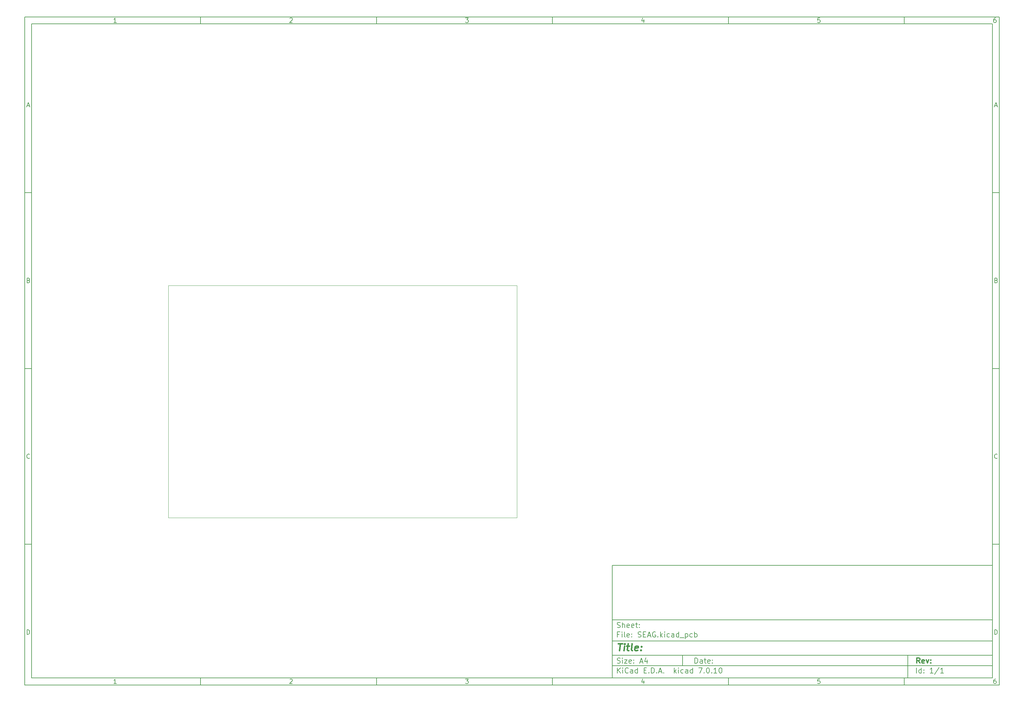
<source format=gbr>
%TF.GenerationSoftware,KiCad,Pcbnew,7.0.10*%
%TF.CreationDate,2024-04-20T16:07:25+02:00*%
%TF.ProjectId,SEAG,53454147-2e6b-4696-9361-645f70636258,rev?*%
%TF.SameCoordinates,Original*%
%TF.FileFunction,Profile,NP*%
%FSLAX46Y46*%
G04 Gerber Fmt 4.6, Leading zero omitted, Abs format (unit mm)*
G04 Created by KiCad (PCBNEW 7.0.10) date 2024-04-20 16:07:25*
%MOMM*%
%LPD*%
G01*
G04 APERTURE LIST*
%ADD10C,0.100000*%
%ADD11C,0.150000*%
%ADD12C,0.300000*%
%ADD13C,0.400000*%
%TA.AperFunction,Profile*%
%ADD14C,0.100000*%
%TD*%
G04 APERTURE END LIST*
D10*
D11*
X177002200Y-166007200D02*
X285002200Y-166007200D01*
X285002200Y-198007200D01*
X177002200Y-198007200D01*
X177002200Y-166007200D01*
D10*
D11*
X10000000Y-10000000D02*
X287002200Y-10000000D01*
X287002200Y-200007200D01*
X10000000Y-200007200D01*
X10000000Y-10000000D01*
D10*
D11*
X12000000Y-12000000D02*
X285002200Y-12000000D01*
X285002200Y-198007200D01*
X12000000Y-198007200D01*
X12000000Y-12000000D01*
D10*
D11*
X60000000Y-12000000D02*
X60000000Y-10000000D01*
D10*
D11*
X110000000Y-12000000D02*
X110000000Y-10000000D01*
D10*
D11*
X160000000Y-12000000D02*
X160000000Y-10000000D01*
D10*
D11*
X210000000Y-12000000D02*
X210000000Y-10000000D01*
D10*
D11*
X260000000Y-12000000D02*
X260000000Y-10000000D01*
D10*
D11*
X36089160Y-11593604D02*
X35346303Y-11593604D01*
X35717731Y-11593604D02*
X35717731Y-10293604D01*
X35717731Y-10293604D02*
X35593922Y-10479319D01*
X35593922Y-10479319D02*
X35470112Y-10603128D01*
X35470112Y-10603128D02*
X35346303Y-10665033D01*
D10*
D11*
X85346303Y-10417414D02*
X85408207Y-10355509D01*
X85408207Y-10355509D02*
X85532017Y-10293604D01*
X85532017Y-10293604D02*
X85841541Y-10293604D01*
X85841541Y-10293604D02*
X85965350Y-10355509D01*
X85965350Y-10355509D02*
X86027255Y-10417414D01*
X86027255Y-10417414D02*
X86089160Y-10541223D01*
X86089160Y-10541223D02*
X86089160Y-10665033D01*
X86089160Y-10665033D02*
X86027255Y-10850747D01*
X86027255Y-10850747D02*
X85284398Y-11593604D01*
X85284398Y-11593604D02*
X86089160Y-11593604D01*
D10*
D11*
X135284398Y-10293604D02*
X136089160Y-10293604D01*
X136089160Y-10293604D02*
X135655826Y-10788842D01*
X135655826Y-10788842D02*
X135841541Y-10788842D01*
X135841541Y-10788842D02*
X135965350Y-10850747D01*
X135965350Y-10850747D02*
X136027255Y-10912652D01*
X136027255Y-10912652D02*
X136089160Y-11036461D01*
X136089160Y-11036461D02*
X136089160Y-11345985D01*
X136089160Y-11345985D02*
X136027255Y-11469795D01*
X136027255Y-11469795D02*
X135965350Y-11531700D01*
X135965350Y-11531700D02*
X135841541Y-11593604D01*
X135841541Y-11593604D02*
X135470112Y-11593604D01*
X135470112Y-11593604D02*
X135346303Y-11531700D01*
X135346303Y-11531700D02*
X135284398Y-11469795D01*
D10*
D11*
X185965350Y-10726938D02*
X185965350Y-11593604D01*
X185655826Y-10231700D02*
X185346303Y-11160271D01*
X185346303Y-11160271D02*
X186151064Y-11160271D01*
D10*
D11*
X236027255Y-10293604D02*
X235408207Y-10293604D01*
X235408207Y-10293604D02*
X235346303Y-10912652D01*
X235346303Y-10912652D02*
X235408207Y-10850747D01*
X235408207Y-10850747D02*
X235532017Y-10788842D01*
X235532017Y-10788842D02*
X235841541Y-10788842D01*
X235841541Y-10788842D02*
X235965350Y-10850747D01*
X235965350Y-10850747D02*
X236027255Y-10912652D01*
X236027255Y-10912652D02*
X236089160Y-11036461D01*
X236089160Y-11036461D02*
X236089160Y-11345985D01*
X236089160Y-11345985D02*
X236027255Y-11469795D01*
X236027255Y-11469795D02*
X235965350Y-11531700D01*
X235965350Y-11531700D02*
X235841541Y-11593604D01*
X235841541Y-11593604D02*
X235532017Y-11593604D01*
X235532017Y-11593604D02*
X235408207Y-11531700D01*
X235408207Y-11531700D02*
X235346303Y-11469795D01*
D10*
D11*
X285965350Y-10293604D02*
X285717731Y-10293604D01*
X285717731Y-10293604D02*
X285593922Y-10355509D01*
X285593922Y-10355509D02*
X285532017Y-10417414D01*
X285532017Y-10417414D02*
X285408207Y-10603128D01*
X285408207Y-10603128D02*
X285346303Y-10850747D01*
X285346303Y-10850747D02*
X285346303Y-11345985D01*
X285346303Y-11345985D02*
X285408207Y-11469795D01*
X285408207Y-11469795D02*
X285470112Y-11531700D01*
X285470112Y-11531700D02*
X285593922Y-11593604D01*
X285593922Y-11593604D02*
X285841541Y-11593604D01*
X285841541Y-11593604D02*
X285965350Y-11531700D01*
X285965350Y-11531700D02*
X286027255Y-11469795D01*
X286027255Y-11469795D02*
X286089160Y-11345985D01*
X286089160Y-11345985D02*
X286089160Y-11036461D01*
X286089160Y-11036461D02*
X286027255Y-10912652D01*
X286027255Y-10912652D02*
X285965350Y-10850747D01*
X285965350Y-10850747D02*
X285841541Y-10788842D01*
X285841541Y-10788842D02*
X285593922Y-10788842D01*
X285593922Y-10788842D02*
X285470112Y-10850747D01*
X285470112Y-10850747D02*
X285408207Y-10912652D01*
X285408207Y-10912652D02*
X285346303Y-11036461D01*
D10*
D11*
X60000000Y-198007200D02*
X60000000Y-200007200D01*
D10*
D11*
X110000000Y-198007200D02*
X110000000Y-200007200D01*
D10*
D11*
X160000000Y-198007200D02*
X160000000Y-200007200D01*
D10*
D11*
X210000000Y-198007200D02*
X210000000Y-200007200D01*
D10*
D11*
X260000000Y-198007200D02*
X260000000Y-200007200D01*
D10*
D11*
X36089160Y-199600804D02*
X35346303Y-199600804D01*
X35717731Y-199600804D02*
X35717731Y-198300804D01*
X35717731Y-198300804D02*
X35593922Y-198486519D01*
X35593922Y-198486519D02*
X35470112Y-198610328D01*
X35470112Y-198610328D02*
X35346303Y-198672233D01*
D10*
D11*
X85346303Y-198424614D02*
X85408207Y-198362709D01*
X85408207Y-198362709D02*
X85532017Y-198300804D01*
X85532017Y-198300804D02*
X85841541Y-198300804D01*
X85841541Y-198300804D02*
X85965350Y-198362709D01*
X85965350Y-198362709D02*
X86027255Y-198424614D01*
X86027255Y-198424614D02*
X86089160Y-198548423D01*
X86089160Y-198548423D02*
X86089160Y-198672233D01*
X86089160Y-198672233D02*
X86027255Y-198857947D01*
X86027255Y-198857947D02*
X85284398Y-199600804D01*
X85284398Y-199600804D02*
X86089160Y-199600804D01*
D10*
D11*
X135284398Y-198300804D02*
X136089160Y-198300804D01*
X136089160Y-198300804D02*
X135655826Y-198796042D01*
X135655826Y-198796042D02*
X135841541Y-198796042D01*
X135841541Y-198796042D02*
X135965350Y-198857947D01*
X135965350Y-198857947D02*
X136027255Y-198919852D01*
X136027255Y-198919852D02*
X136089160Y-199043661D01*
X136089160Y-199043661D02*
X136089160Y-199353185D01*
X136089160Y-199353185D02*
X136027255Y-199476995D01*
X136027255Y-199476995D02*
X135965350Y-199538900D01*
X135965350Y-199538900D02*
X135841541Y-199600804D01*
X135841541Y-199600804D02*
X135470112Y-199600804D01*
X135470112Y-199600804D02*
X135346303Y-199538900D01*
X135346303Y-199538900D02*
X135284398Y-199476995D01*
D10*
D11*
X185965350Y-198734138D02*
X185965350Y-199600804D01*
X185655826Y-198238900D02*
X185346303Y-199167471D01*
X185346303Y-199167471D02*
X186151064Y-199167471D01*
D10*
D11*
X236027255Y-198300804D02*
X235408207Y-198300804D01*
X235408207Y-198300804D02*
X235346303Y-198919852D01*
X235346303Y-198919852D02*
X235408207Y-198857947D01*
X235408207Y-198857947D02*
X235532017Y-198796042D01*
X235532017Y-198796042D02*
X235841541Y-198796042D01*
X235841541Y-198796042D02*
X235965350Y-198857947D01*
X235965350Y-198857947D02*
X236027255Y-198919852D01*
X236027255Y-198919852D02*
X236089160Y-199043661D01*
X236089160Y-199043661D02*
X236089160Y-199353185D01*
X236089160Y-199353185D02*
X236027255Y-199476995D01*
X236027255Y-199476995D02*
X235965350Y-199538900D01*
X235965350Y-199538900D02*
X235841541Y-199600804D01*
X235841541Y-199600804D02*
X235532017Y-199600804D01*
X235532017Y-199600804D02*
X235408207Y-199538900D01*
X235408207Y-199538900D02*
X235346303Y-199476995D01*
D10*
D11*
X285965350Y-198300804D02*
X285717731Y-198300804D01*
X285717731Y-198300804D02*
X285593922Y-198362709D01*
X285593922Y-198362709D02*
X285532017Y-198424614D01*
X285532017Y-198424614D02*
X285408207Y-198610328D01*
X285408207Y-198610328D02*
X285346303Y-198857947D01*
X285346303Y-198857947D02*
X285346303Y-199353185D01*
X285346303Y-199353185D02*
X285408207Y-199476995D01*
X285408207Y-199476995D02*
X285470112Y-199538900D01*
X285470112Y-199538900D02*
X285593922Y-199600804D01*
X285593922Y-199600804D02*
X285841541Y-199600804D01*
X285841541Y-199600804D02*
X285965350Y-199538900D01*
X285965350Y-199538900D02*
X286027255Y-199476995D01*
X286027255Y-199476995D02*
X286089160Y-199353185D01*
X286089160Y-199353185D02*
X286089160Y-199043661D01*
X286089160Y-199043661D02*
X286027255Y-198919852D01*
X286027255Y-198919852D02*
X285965350Y-198857947D01*
X285965350Y-198857947D02*
X285841541Y-198796042D01*
X285841541Y-198796042D02*
X285593922Y-198796042D01*
X285593922Y-198796042D02*
X285470112Y-198857947D01*
X285470112Y-198857947D02*
X285408207Y-198919852D01*
X285408207Y-198919852D02*
X285346303Y-199043661D01*
D10*
D11*
X10000000Y-60000000D02*
X12000000Y-60000000D01*
D10*
D11*
X10000000Y-110000000D02*
X12000000Y-110000000D01*
D10*
D11*
X10000000Y-160000000D02*
X12000000Y-160000000D01*
D10*
D11*
X10690476Y-35222176D02*
X11309523Y-35222176D01*
X10566666Y-35593604D02*
X10999999Y-34293604D01*
X10999999Y-34293604D02*
X11433333Y-35593604D01*
D10*
D11*
X11092857Y-84912652D02*
X11278571Y-84974557D01*
X11278571Y-84974557D02*
X11340476Y-85036461D01*
X11340476Y-85036461D02*
X11402380Y-85160271D01*
X11402380Y-85160271D02*
X11402380Y-85345985D01*
X11402380Y-85345985D02*
X11340476Y-85469795D01*
X11340476Y-85469795D02*
X11278571Y-85531700D01*
X11278571Y-85531700D02*
X11154761Y-85593604D01*
X11154761Y-85593604D02*
X10659523Y-85593604D01*
X10659523Y-85593604D02*
X10659523Y-84293604D01*
X10659523Y-84293604D02*
X11092857Y-84293604D01*
X11092857Y-84293604D02*
X11216666Y-84355509D01*
X11216666Y-84355509D02*
X11278571Y-84417414D01*
X11278571Y-84417414D02*
X11340476Y-84541223D01*
X11340476Y-84541223D02*
X11340476Y-84665033D01*
X11340476Y-84665033D02*
X11278571Y-84788842D01*
X11278571Y-84788842D02*
X11216666Y-84850747D01*
X11216666Y-84850747D02*
X11092857Y-84912652D01*
X11092857Y-84912652D02*
X10659523Y-84912652D01*
D10*
D11*
X11402380Y-135469795D02*
X11340476Y-135531700D01*
X11340476Y-135531700D02*
X11154761Y-135593604D01*
X11154761Y-135593604D02*
X11030952Y-135593604D01*
X11030952Y-135593604D02*
X10845238Y-135531700D01*
X10845238Y-135531700D02*
X10721428Y-135407890D01*
X10721428Y-135407890D02*
X10659523Y-135284080D01*
X10659523Y-135284080D02*
X10597619Y-135036461D01*
X10597619Y-135036461D02*
X10597619Y-134850747D01*
X10597619Y-134850747D02*
X10659523Y-134603128D01*
X10659523Y-134603128D02*
X10721428Y-134479319D01*
X10721428Y-134479319D02*
X10845238Y-134355509D01*
X10845238Y-134355509D02*
X11030952Y-134293604D01*
X11030952Y-134293604D02*
X11154761Y-134293604D01*
X11154761Y-134293604D02*
X11340476Y-134355509D01*
X11340476Y-134355509D02*
X11402380Y-134417414D01*
D10*
D11*
X10659523Y-185593604D02*
X10659523Y-184293604D01*
X10659523Y-184293604D02*
X10969047Y-184293604D01*
X10969047Y-184293604D02*
X11154761Y-184355509D01*
X11154761Y-184355509D02*
X11278571Y-184479319D01*
X11278571Y-184479319D02*
X11340476Y-184603128D01*
X11340476Y-184603128D02*
X11402380Y-184850747D01*
X11402380Y-184850747D02*
X11402380Y-185036461D01*
X11402380Y-185036461D02*
X11340476Y-185284080D01*
X11340476Y-185284080D02*
X11278571Y-185407890D01*
X11278571Y-185407890D02*
X11154761Y-185531700D01*
X11154761Y-185531700D02*
X10969047Y-185593604D01*
X10969047Y-185593604D02*
X10659523Y-185593604D01*
D10*
D11*
X287002200Y-60000000D02*
X285002200Y-60000000D01*
D10*
D11*
X287002200Y-110000000D02*
X285002200Y-110000000D01*
D10*
D11*
X287002200Y-160000000D02*
X285002200Y-160000000D01*
D10*
D11*
X285692676Y-35222176D02*
X286311723Y-35222176D01*
X285568866Y-35593604D02*
X286002199Y-34293604D01*
X286002199Y-34293604D02*
X286435533Y-35593604D01*
D10*
D11*
X286095057Y-84912652D02*
X286280771Y-84974557D01*
X286280771Y-84974557D02*
X286342676Y-85036461D01*
X286342676Y-85036461D02*
X286404580Y-85160271D01*
X286404580Y-85160271D02*
X286404580Y-85345985D01*
X286404580Y-85345985D02*
X286342676Y-85469795D01*
X286342676Y-85469795D02*
X286280771Y-85531700D01*
X286280771Y-85531700D02*
X286156961Y-85593604D01*
X286156961Y-85593604D02*
X285661723Y-85593604D01*
X285661723Y-85593604D02*
X285661723Y-84293604D01*
X285661723Y-84293604D02*
X286095057Y-84293604D01*
X286095057Y-84293604D02*
X286218866Y-84355509D01*
X286218866Y-84355509D02*
X286280771Y-84417414D01*
X286280771Y-84417414D02*
X286342676Y-84541223D01*
X286342676Y-84541223D02*
X286342676Y-84665033D01*
X286342676Y-84665033D02*
X286280771Y-84788842D01*
X286280771Y-84788842D02*
X286218866Y-84850747D01*
X286218866Y-84850747D02*
X286095057Y-84912652D01*
X286095057Y-84912652D02*
X285661723Y-84912652D01*
D10*
D11*
X286404580Y-135469795D02*
X286342676Y-135531700D01*
X286342676Y-135531700D02*
X286156961Y-135593604D01*
X286156961Y-135593604D02*
X286033152Y-135593604D01*
X286033152Y-135593604D02*
X285847438Y-135531700D01*
X285847438Y-135531700D02*
X285723628Y-135407890D01*
X285723628Y-135407890D02*
X285661723Y-135284080D01*
X285661723Y-135284080D02*
X285599819Y-135036461D01*
X285599819Y-135036461D02*
X285599819Y-134850747D01*
X285599819Y-134850747D02*
X285661723Y-134603128D01*
X285661723Y-134603128D02*
X285723628Y-134479319D01*
X285723628Y-134479319D02*
X285847438Y-134355509D01*
X285847438Y-134355509D02*
X286033152Y-134293604D01*
X286033152Y-134293604D02*
X286156961Y-134293604D01*
X286156961Y-134293604D02*
X286342676Y-134355509D01*
X286342676Y-134355509D02*
X286404580Y-134417414D01*
D10*
D11*
X285661723Y-185593604D02*
X285661723Y-184293604D01*
X285661723Y-184293604D02*
X285971247Y-184293604D01*
X285971247Y-184293604D02*
X286156961Y-184355509D01*
X286156961Y-184355509D02*
X286280771Y-184479319D01*
X286280771Y-184479319D02*
X286342676Y-184603128D01*
X286342676Y-184603128D02*
X286404580Y-184850747D01*
X286404580Y-184850747D02*
X286404580Y-185036461D01*
X286404580Y-185036461D02*
X286342676Y-185284080D01*
X286342676Y-185284080D02*
X286280771Y-185407890D01*
X286280771Y-185407890D02*
X286156961Y-185531700D01*
X286156961Y-185531700D02*
X285971247Y-185593604D01*
X285971247Y-185593604D02*
X285661723Y-185593604D01*
D10*
D11*
X200458026Y-193793328D02*
X200458026Y-192293328D01*
X200458026Y-192293328D02*
X200815169Y-192293328D01*
X200815169Y-192293328D02*
X201029455Y-192364757D01*
X201029455Y-192364757D02*
X201172312Y-192507614D01*
X201172312Y-192507614D02*
X201243741Y-192650471D01*
X201243741Y-192650471D02*
X201315169Y-192936185D01*
X201315169Y-192936185D02*
X201315169Y-193150471D01*
X201315169Y-193150471D02*
X201243741Y-193436185D01*
X201243741Y-193436185D02*
X201172312Y-193579042D01*
X201172312Y-193579042D02*
X201029455Y-193721900D01*
X201029455Y-193721900D02*
X200815169Y-193793328D01*
X200815169Y-193793328D02*
X200458026Y-193793328D01*
X202600884Y-193793328D02*
X202600884Y-193007614D01*
X202600884Y-193007614D02*
X202529455Y-192864757D01*
X202529455Y-192864757D02*
X202386598Y-192793328D01*
X202386598Y-192793328D02*
X202100884Y-192793328D01*
X202100884Y-192793328D02*
X201958026Y-192864757D01*
X202600884Y-193721900D02*
X202458026Y-193793328D01*
X202458026Y-193793328D02*
X202100884Y-193793328D01*
X202100884Y-193793328D02*
X201958026Y-193721900D01*
X201958026Y-193721900D02*
X201886598Y-193579042D01*
X201886598Y-193579042D02*
X201886598Y-193436185D01*
X201886598Y-193436185D02*
X201958026Y-193293328D01*
X201958026Y-193293328D02*
X202100884Y-193221900D01*
X202100884Y-193221900D02*
X202458026Y-193221900D01*
X202458026Y-193221900D02*
X202600884Y-193150471D01*
X203100884Y-192793328D02*
X203672312Y-192793328D01*
X203315169Y-192293328D02*
X203315169Y-193579042D01*
X203315169Y-193579042D02*
X203386598Y-193721900D01*
X203386598Y-193721900D02*
X203529455Y-193793328D01*
X203529455Y-193793328D02*
X203672312Y-193793328D01*
X204743741Y-193721900D02*
X204600884Y-193793328D01*
X204600884Y-193793328D02*
X204315170Y-193793328D01*
X204315170Y-193793328D02*
X204172312Y-193721900D01*
X204172312Y-193721900D02*
X204100884Y-193579042D01*
X204100884Y-193579042D02*
X204100884Y-193007614D01*
X204100884Y-193007614D02*
X204172312Y-192864757D01*
X204172312Y-192864757D02*
X204315170Y-192793328D01*
X204315170Y-192793328D02*
X204600884Y-192793328D01*
X204600884Y-192793328D02*
X204743741Y-192864757D01*
X204743741Y-192864757D02*
X204815170Y-193007614D01*
X204815170Y-193007614D02*
X204815170Y-193150471D01*
X204815170Y-193150471D02*
X204100884Y-193293328D01*
X205458026Y-193650471D02*
X205529455Y-193721900D01*
X205529455Y-193721900D02*
X205458026Y-193793328D01*
X205458026Y-193793328D02*
X205386598Y-193721900D01*
X205386598Y-193721900D02*
X205458026Y-193650471D01*
X205458026Y-193650471D02*
X205458026Y-193793328D01*
X205458026Y-192864757D02*
X205529455Y-192936185D01*
X205529455Y-192936185D02*
X205458026Y-193007614D01*
X205458026Y-193007614D02*
X205386598Y-192936185D01*
X205386598Y-192936185D02*
X205458026Y-192864757D01*
X205458026Y-192864757D02*
X205458026Y-193007614D01*
D10*
D11*
X177002200Y-194507200D02*
X285002200Y-194507200D01*
D10*
D11*
X178458026Y-196593328D02*
X178458026Y-195093328D01*
X179315169Y-196593328D02*
X178672312Y-195736185D01*
X179315169Y-195093328D02*
X178458026Y-195950471D01*
X179958026Y-196593328D02*
X179958026Y-195593328D01*
X179958026Y-195093328D02*
X179886598Y-195164757D01*
X179886598Y-195164757D02*
X179958026Y-195236185D01*
X179958026Y-195236185D02*
X180029455Y-195164757D01*
X180029455Y-195164757D02*
X179958026Y-195093328D01*
X179958026Y-195093328D02*
X179958026Y-195236185D01*
X181529455Y-196450471D02*
X181458027Y-196521900D01*
X181458027Y-196521900D02*
X181243741Y-196593328D01*
X181243741Y-196593328D02*
X181100884Y-196593328D01*
X181100884Y-196593328D02*
X180886598Y-196521900D01*
X180886598Y-196521900D02*
X180743741Y-196379042D01*
X180743741Y-196379042D02*
X180672312Y-196236185D01*
X180672312Y-196236185D02*
X180600884Y-195950471D01*
X180600884Y-195950471D02*
X180600884Y-195736185D01*
X180600884Y-195736185D02*
X180672312Y-195450471D01*
X180672312Y-195450471D02*
X180743741Y-195307614D01*
X180743741Y-195307614D02*
X180886598Y-195164757D01*
X180886598Y-195164757D02*
X181100884Y-195093328D01*
X181100884Y-195093328D02*
X181243741Y-195093328D01*
X181243741Y-195093328D02*
X181458027Y-195164757D01*
X181458027Y-195164757D02*
X181529455Y-195236185D01*
X182815170Y-196593328D02*
X182815170Y-195807614D01*
X182815170Y-195807614D02*
X182743741Y-195664757D01*
X182743741Y-195664757D02*
X182600884Y-195593328D01*
X182600884Y-195593328D02*
X182315170Y-195593328D01*
X182315170Y-195593328D02*
X182172312Y-195664757D01*
X182815170Y-196521900D02*
X182672312Y-196593328D01*
X182672312Y-196593328D02*
X182315170Y-196593328D01*
X182315170Y-196593328D02*
X182172312Y-196521900D01*
X182172312Y-196521900D02*
X182100884Y-196379042D01*
X182100884Y-196379042D02*
X182100884Y-196236185D01*
X182100884Y-196236185D02*
X182172312Y-196093328D01*
X182172312Y-196093328D02*
X182315170Y-196021900D01*
X182315170Y-196021900D02*
X182672312Y-196021900D01*
X182672312Y-196021900D02*
X182815170Y-195950471D01*
X184172313Y-196593328D02*
X184172313Y-195093328D01*
X184172313Y-196521900D02*
X184029455Y-196593328D01*
X184029455Y-196593328D02*
X183743741Y-196593328D01*
X183743741Y-196593328D02*
X183600884Y-196521900D01*
X183600884Y-196521900D02*
X183529455Y-196450471D01*
X183529455Y-196450471D02*
X183458027Y-196307614D01*
X183458027Y-196307614D02*
X183458027Y-195879042D01*
X183458027Y-195879042D02*
X183529455Y-195736185D01*
X183529455Y-195736185D02*
X183600884Y-195664757D01*
X183600884Y-195664757D02*
X183743741Y-195593328D01*
X183743741Y-195593328D02*
X184029455Y-195593328D01*
X184029455Y-195593328D02*
X184172313Y-195664757D01*
X186029455Y-195807614D02*
X186529455Y-195807614D01*
X186743741Y-196593328D02*
X186029455Y-196593328D01*
X186029455Y-196593328D02*
X186029455Y-195093328D01*
X186029455Y-195093328D02*
X186743741Y-195093328D01*
X187386598Y-196450471D02*
X187458027Y-196521900D01*
X187458027Y-196521900D02*
X187386598Y-196593328D01*
X187386598Y-196593328D02*
X187315170Y-196521900D01*
X187315170Y-196521900D02*
X187386598Y-196450471D01*
X187386598Y-196450471D02*
X187386598Y-196593328D01*
X188100884Y-196593328D02*
X188100884Y-195093328D01*
X188100884Y-195093328D02*
X188458027Y-195093328D01*
X188458027Y-195093328D02*
X188672313Y-195164757D01*
X188672313Y-195164757D02*
X188815170Y-195307614D01*
X188815170Y-195307614D02*
X188886599Y-195450471D01*
X188886599Y-195450471D02*
X188958027Y-195736185D01*
X188958027Y-195736185D02*
X188958027Y-195950471D01*
X188958027Y-195950471D02*
X188886599Y-196236185D01*
X188886599Y-196236185D02*
X188815170Y-196379042D01*
X188815170Y-196379042D02*
X188672313Y-196521900D01*
X188672313Y-196521900D02*
X188458027Y-196593328D01*
X188458027Y-196593328D02*
X188100884Y-196593328D01*
X189600884Y-196450471D02*
X189672313Y-196521900D01*
X189672313Y-196521900D02*
X189600884Y-196593328D01*
X189600884Y-196593328D02*
X189529456Y-196521900D01*
X189529456Y-196521900D02*
X189600884Y-196450471D01*
X189600884Y-196450471D02*
X189600884Y-196593328D01*
X190243742Y-196164757D02*
X190958028Y-196164757D01*
X190100885Y-196593328D02*
X190600885Y-195093328D01*
X190600885Y-195093328D02*
X191100885Y-196593328D01*
X191600884Y-196450471D02*
X191672313Y-196521900D01*
X191672313Y-196521900D02*
X191600884Y-196593328D01*
X191600884Y-196593328D02*
X191529456Y-196521900D01*
X191529456Y-196521900D02*
X191600884Y-196450471D01*
X191600884Y-196450471D02*
X191600884Y-196593328D01*
X194600884Y-196593328D02*
X194600884Y-195093328D01*
X194743742Y-196021900D02*
X195172313Y-196593328D01*
X195172313Y-195593328D02*
X194600884Y-196164757D01*
X195815170Y-196593328D02*
X195815170Y-195593328D01*
X195815170Y-195093328D02*
X195743742Y-195164757D01*
X195743742Y-195164757D02*
X195815170Y-195236185D01*
X195815170Y-195236185D02*
X195886599Y-195164757D01*
X195886599Y-195164757D02*
X195815170Y-195093328D01*
X195815170Y-195093328D02*
X195815170Y-195236185D01*
X197172314Y-196521900D02*
X197029456Y-196593328D01*
X197029456Y-196593328D02*
X196743742Y-196593328D01*
X196743742Y-196593328D02*
X196600885Y-196521900D01*
X196600885Y-196521900D02*
X196529456Y-196450471D01*
X196529456Y-196450471D02*
X196458028Y-196307614D01*
X196458028Y-196307614D02*
X196458028Y-195879042D01*
X196458028Y-195879042D02*
X196529456Y-195736185D01*
X196529456Y-195736185D02*
X196600885Y-195664757D01*
X196600885Y-195664757D02*
X196743742Y-195593328D01*
X196743742Y-195593328D02*
X197029456Y-195593328D01*
X197029456Y-195593328D02*
X197172314Y-195664757D01*
X198458028Y-196593328D02*
X198458028Y-195807614D01*
X198458028Y-195807614D02*
X198386599Y-195664757D01*
X198386599Y-195664757D02*
X198243742Y-195593328D01*
X198243742Y-195593328D02*
X197958028Y-195593328D01*
X197958028Y-195593328D02*
X197815170Y-195664757D01*
X198458028Y-196521900D02*
X198315170Y-196593328D01*
X198315170Y-196593328D02*
X197958028Y-196593328D01*
X197958028Y-196593328D02*
X197815170Y-196521900D01*
X197815170Y-196521900D02*
X197743742Y-196379042D01*
X197743742Y-196379042D02*
X197743742Y-196236185D01*
X197743742Y-196236185D02*
X197815170Y-196093328D01*
X197815170Y-196093328D02*
X197958028Y-196021900D01*
X197958028Y-196021900D02*
X198315170Y-196021900D01*
X198315170Y-196021900D02*
X198458028Y-195950471D01*
X199815171Y-196593328D02*
X199815171Y-195093328D01*
X199815171Y-196521900D02*
X199672313Y-196593328D01*
X199672313Y-196593328D02*
X199386599Y-196593328D01*
X199386599Y-196593328D02*
X199243742Y-196521900D01*
X199243742Y-196521900D02*
X199172313Y-196450471D01*
X199172313Y-196450471D02*
X199100885Y-196307614D01*
X199100885Y-196307614D02*
X199100885Y-195879042D01*
X199100885Y-195879042D02*
X199172313Y-195736185D01*
X199172313Y-195736185D02*
X199243742Y-195664757D01*
X199243742Y-195664757D02*
X199386599Y-195593328D01*
X199386599Y-195593328D02*
X199672313Y-195593328D01*
X199672313Y-195593328D02*
X199815171Y-195664757D01*
X201529456Y-195093328D02*
X202529456Y-195093328D01*
X202529456Y-195093328D02*
X201886599Y-196593328D01*
X203100884Y-196450471D02*
X203172313Y-196521900D01*
X203172313Y-196521900D02*
X203100884Y-196593328D01*
X203100884Y-196593328D02*
X203029456Y-196521900D01*
X203029456Y-196521900D02*
X203100884Y-196450471D01*
X203100884Y-196450471D02*
X203100884Y-196593328D01*
X204100885Y-195093328D02*
X204243742Y-195093328D01*
X204243742Y-195093328D02*
X204386599Y-195164757D01*
X204386599Y-195164757D02*
X204458028Y-195236185D01*
X204458028Y-195236185D02*
X204529456Y-195379042D01*
X204529456Y-195379042D02*
X204600885Y-195664757D01*
X204600885Y-195664757D02*
X204600885Y-196021900D01*
X204600885Y-196021900D02*
X204529456Y-196307614D01*
X204529456Y-196307614D02*
X204458028Y-196450471D01*
X204458028Y-196450471D02*
X204386599Y-196521900D01*
X204386599Y-196521900D02*
X204243742Y-196593328D01*
X204243742Y-196593328D02*
X204100885Y-196593328D01*
X204100885Y-196593328D02*
X203958028Y-196521900D01*
X203958028Y-196521900D02*
X203886599Y-196450471D01*
X203886599Y-196450471D02*
X203815170Y-196307614D01*
X203815170Y-196307614D02*
X203743742Y-196021900D01*
X203743742Y-196021900D02*
X203743742Y-195664757D01*
X203743742Y-195664757D02*
X203815170Y-195379042D01*
X203815170Y-195379042D02*
X203886599Y-195236185D01*
X203886599Y-195236185D02*
X203958028Y-195164757D01*
X203958028Y-195164757D02*
X204100885Y-195093328D01*
X205243741Y-196450471D02*
X205315170Y-196521900D01*
X205315170Y-196521900D02*
X205243741Y-196593328D01*
X205243741Y-196593328D02*
X205172313Y-196521900D01*
X205172313Y-196521900D02*
X205243741Y-196450471D01*
X205243741Y-196450471D02*
X205243741Y-196593328D01*
X206743742Y-196593328D02*
X205886599Y-196593328D01*
X206315170Y-196593328D02*
X206315170Y-195093328D01*
X206315170Y-195093328D02*
X206172313Y-195307614D01*
X206172313Y-195307614D02*
X206029456Y-195450471D01*
X206029456Y-195450471D02*
X205886599Y-195521900D01*
X207672313Y-195093328D02*
X207815170Y-195093328D01*
X207815170Y-195093328D02*
X207958027Y-195164757D01*
X207958027Y-195164757D02*
X208029456Y-195236185D01*
X208029456Y-195236185D02*
X208100884Y-195379042D01*
X208100884Y-195379042D02*
X208172313Y-195664757D01*
X208172313Y-195664757D02*
X208172313Y-196021900D01*
X208172313Y-196021900D02*
X208100884Y-196307614D01*
X208100884Y-196307614D02*
X208029456Y-196450471D01*
X208029456Y-196450471D02*
X207958027Y-196521900D01*
X207958027Y-196521900D02*
X207815170Y-196593328D01*
X207815170Y-196593328D02*
X207672313Y-196593328D01*
X207672313Y-196593328D02*
X207529456Y-196521900D01*
X207529456Y-196521900D02*
X207458027Y-196450471D01*
X207458027Y-196450471D02*
X207386598Y-196307614D01*
X207386598Y-196307614D02*
X207315170Y-196021900D01*
X207315170Y-196021900D02*
X207315170Y-195664757D01*
X207315170Y-195664757D02*
X207386598Y-195379042D01*
X207386598Y-195379042D02*
X207458027Y-195236185D01*
X207458027Y-195236185D02*
X207529456Y-195164757D01*
X207529456Y-195164757D02*
X207672313Y-195093328D01*
D10*
D11*
X177002200Y-191507200D02*
X285002200Y-191507200D01*
D10*
D12*
X264413853Y-193785528D02*
X263913853Y-193071242D01*
X263556710Y-193785528D02*
X263556710Y-192285528D01*
X263556710Y-192285528D02*
X264128139Y-192285528D01*
X264128139Y-192285528D02*
X264270996Y-192356957D01*
X264270996Y-192356957D02*
X264342425Y-192428385D01*
X264342425Y-192428385D02*
X264413853Y-192571242D01*
X264413853Y-192571242D02*
X264413853Y-192785528D01*
X264413853Y-192785528D02*
X264342425Y-192928385D01*
X264342425Y-192928385D02*
X264270996Y-192999814D01*
X264270996Y-192999814D02*
X264128139Y-193071242D01*
X264128139Y-193071242D02*
X263556710Y-193071242D01*
X265628139Y-193714100D02*
X265485282Y-193785528D01*
X265485282Y-193785528D02*
X265199568Y-193785528D01*
X265199568Y-193785528D02*
X265056710Y-193714100D01*
X265056710Y-193714100D02*
X264985282Y-193571242D01*
X264985282Y-193571242D02*
X264985282Y-192999814D01*
X264985282Y-192999814D02*
X265056710Y-192856957D01*
X265056710Y-192856957D02*
X265199568Y-192785528D01*
X265199568Y-192785528D02*
X265485282Y-192785528D01*
X265485282Y-192785528D02*
X265628139Y-192856957D01*
X265628139Y-192856957D02*
X265699568Y-192999814D01*
X265699568Y-192999814D02*
X265699568Y-193142671D01*
X265699568Y-193142671D02*
X264985282Y-193285528D01*
X266199567Y-192785528D02*
X266556710Y-193785528D01*
X266556710Y-193785528D02*
X266913853Y-192785528D01*
X267485281Y-193642671D02*
X267556710Y-193714100D01*
X267556710Y-193714100D02*
X267485281Y-193785528D01*
X267485281Y-193785528D02*
X267413853Y-193714100D01*
X267413853Y-193714100D02*
X267485281Y-193642671D01*
X267485281Y-193642671D02*
X267485281Y-193785528D01*
X267485281Y-192856957D02*
X267556710Y-192928385D01*
X267556710Y-192928385D02*
X267485281Y-192999814D01*
X267485281Y-192999814D02*
X267413853Y-192928385D01*
X267413853Y-192928385D02*
X267485281Y-192856957D01*
X267485281Y-192856957D02*
X267485281Y-192999814D01*
D10*
D11*
X178386598Y-193721900D02*
X178600884Y-193793328D01*
X178600884Y-193793328D02*
X178958026Y-193793328D01*
X178958026Y-193793328D02*
X179100884Y-193721900D01*
X179100884Y-193721900D02*
X179172312Y-193650471D01*
X179172312Y-193650471D02*
X179243741Y-193507614D01*
X179243741Y-193507614D02*
X179243741Y-193364757D01*
X179243741Y-193364757D02*
X179172312Y-193221900D01*
X179172312Y-193221900D02*
X179100884Y-193150471D01*
X179100884Y-193150471D02*
X178958026Y-193079042D01*
X178958026Y-193079042D02*
X178672312Y-193007614D01*
X178672312Y-193007614D02*
X178529455Y-192936185D01*
X178529455Y-192936185D02*
X178458026Y-192864757D01*
X178458026Y-192864757D02*
X178386598Y-192721900D01*
X178386598Y-192721900D02*
X178386598Y-192579042D01*
X178386598Y-192579042D02*
X178458026Y-192436185D01*
X178458026Y-192436185D02*
X178529455Y-192364757D01*
X178529455Y-192364757D02*
X178672312Y-192293328D01*
X178672312Y-192293328D02*
X179029455Y-192293328D01*
X179029455Y-192293328D02*
X179243741Y-192364757D01*
X179886597Y-193793328D02*
X179886597Y-192793328D01*
X179886597Y-192293328D02*
X179815169Y-192364757D01*
X179815169Y-192364757D02*
X179886597Y-192436185D01*
X179886597Y-192436185D02*
X179958026Y-192364757D01*
X179958026Y-192364757D02*
X179886597Y-192293328D01*
X179886597Y-192293328D02*
X179886597Y-192436185D01*
X180458026Y-192793328D02*
X181243741Y-192793328D01*
X181243741Y-192793328D02*
X180458026Y-193793328D01*
X180458026Y-193793328D02*
X181243741Y-193793328D01*
X182386598Y-193721900D02*
X182243741Y-193793328D01*
X182243741Y-193793328D02*
X181958027Y-193793328D01*
X181958027Y-193793328D02*
X181815169Y-193721900D01*
X181815169Y-193721900D02*
X181743741Y-193579042D01*
X181743741Y-193579042D02*
X181743741Y-193007614D01*
X181743741Y-193007614D02*
X181815169Y-192864757D01*
X181815169Y-192864757D02*
X181958027Y-192793328D01*
X181958027Y-192793328D02*
X182243741Y-192793328D01*
X182243741Y-192793328D02*
X182386598Y-192864757D01*
X182386598Y-192864757D02*
X182458027Y-193007614D01*
X182458027Y-193007614D02*
X182458027Y-193150471D01*
X182458027Y-193150471D02*
X181743741Y-193293328D01*
X183100883Y-193650471D02*
X183172312Y-193721900D01*
X183172312Y-193721900D02*
X183100883Y-193793328D01*
X183100883Y-193793328D02*
X183029455Y-193721900D01*
X183029455Y-193721900D02*
X183100883Y-193650471D01*
X183100883Y-193650471D02*
X183100883Y-193793328D01*
X183100883Y-192864757D02*
X183172312Y-192936185D01*
X183172312Y-192936185D02*
X183100883Y-193007614D01*
X183100883Y-193007614D02*
X183029455Y-192936185D01*
X183029455Y-192936185D02*
X183100883Y-192864757D01*
X183100883Y-192864757D02*
X183100883Y-193007614D01*
X184886598Y-193364757D02*
X185600884Y-193364757D01*
X184743741Y-193793328D02*
X185243741Y-192293328D01*
X185243741Y-192293328D02*
X185743741Y-193793328D01*
X186886598Y-192793328D02*
X186886598Y-193793328D01*
X186529455Y-192221900D02*
X186172312Y-193293328D01*
X186172312Y-193293328D02*
X187100883Y-193293328D01*
D10*
D11*
X263458026Y-196593328D02*
X263458026Y-195093328D01*
X264815170Y-196593328D02*
X264815170Y-195093328D01*
X264815170Y-196521900D02*
X264672312Y-196593328D01*
X264672312Y-196593328D02*
X264386598Y-196593328D01*
X264386598Y-196593328D02*
X264243741Y-196521900D01*
X264243741Y-196521900D02*
X264172312Y-196450471D01*
X264172312Y-196450471D02*
X264100884Y-196307614D01*
X264100884Y-196307614D02*
X264100884Y-195879042D01*
X264100884Y-195879042D02*
X264172312Y-195736185D01*
X264172312Y-195736185D02*
X264243741Y-195664757D01*
X264243741Y-195664757D02*
X264386598Y-195593328D01*
X264386598Y-195593328D02*
X264672312Y-195593328D01*
X264672312Y-195593328D02*
X264815170Y-195664757D01*
X265529455Y-196450471D02*
X265600884Y-196521900D01*
X265600884Y-196521900D02*
X265529455Y-196593328D01*
X265529455Y-196593328D02*
X265458027Y-196521900D01*
X265458027Y-196521900D02*
X265529455Y-196450471D01*
X265529455Y-196450471D02*
X265529455Y-196593328D01*
X265529455Y-195664757D02*
X265600884Y-195736185D01*
X265600884Y-195736185D02*
X265529455Y-195807614D01*
X265529455Y-195807614D02*
X265458027Y-195736185D01*
X265458027Y-195736185D02*
X265529455Y-195664757D01*
X265529455Y-195664757D02*
X265529455Y-195807614D01*
X268172313Y-196593328D02*
X267315170Y-196593328D01*
X267743741Y-196593328D02*
X267743741Y-195093328D01*
X267743741Y-195093328D02*
X267600884Y-195307614D01*
X267600884Y-195307614D02*
X267458027Y-195450471D01*
X267458027Y-195450471D02*
X267315170Y-195521900D01*
X269886598Y-195021900D02*
X268600884Y-196950471D01*
X271172313Y-196593328D02*
X270315170Y-196593328D01*
X270743741Y-196593328D02*
X270743741Y-195093328D01*
X270743741Y-195093328D02*
X270600884Y-195307614D01*
X270600884Y-195307614D02*
X270458027Y-195450471D01*
X270458027Y-195450471D02*
X270315170Y-195521900D01*
D10*
D11*
X177002200Y-187507200D02*
X285002200Y-187507200D01*
D10*
D13*
X178693928Y-188211638D02*
X179836785Y-188211638D01*
X179015357Y-190211638D02*
X179265357Y-188211638D01*
X180253452Y-190211638D02*
X180420119Y-188878304D01*
X180503452Y-188211638D02*
X180396309Y-188306876D01*
X180396309Y-188306876D02*
X180479643Y-188402114D01*
X180479643Y-188402114D02*
X180586786Y-188306876D01*
X180586786Y-188306876D02*
X180503452Y-188211638D01*
X180503452Y-188211638D02*
X180479643Y-188402114D01*
X181086786Y-188878304D02*
X181848690Y-188878304D01*
X181455833Y-188211638D02*
X181241548Y-189925923D01*
X181241548Y-189925923D02*
X181312976Y-190116400D01*
X181312976Y-190116400D02*
X181491548Y-190211638D01*
X181491548Y-190211638D02*
X181682024Y-190211638D01*
X182634405Y-190211638D02*
X182455833Y-190116400D01*
X182455833Y-190116400D02*
X182384405Y-189925923D01*
X182384405Y-189925923D02*
X182598690Y-188211638D01*
X184170119Y-190116400D02*
X183967738Y-190211638D01*
X183967738Y-190211638D02*
X183586785Y-190211638D01*
X183586785Y-190211638D02*
X183408214Y-190116400D01*
X183408214Y-190116400D02*
X183336785Y-189925923D01*
X183336785Y-189925923D02*
X183432024Y-189164019D01*
X183432024Y-189164019D02*
X183551071Y-188973542D01*
X183551071Y-188973542D02*
X183753452Y-188878304D01*
X183753452Y-188878304D02*
X184134404Y-188878304D01*
X184134404Y-188878304D02*
X184312976Y-188973542D01*
X184312976Y-188973542D02*
X184384404Y-189164019D01*
X184384404Y-189164019D02*
X184360595Y-189354495D01*
X184360595Y-189354495D02*
X183384404Y-189544971D01*
X185134405Y-190021161D02*
X185217738Y-190116400D01*
X185217738Y-190116400D02*
X185110595Y-190211638D01*
X185110595Y-190211638D02*
X185027262Y-190116400D01*
X185027262Y-190116400D02*
X185134405Y-190021161D01*
X185134405Y-190021161D02*
X185110595Y-190211638D01*
X185265357Y-188973542D02*
X185348690Y-189068780D01*
X185348690Y-189068780D02*
X185241548Y-189164019D01*
X185241548Y-189164019D02*
X185158214Y-189068780D01*
X185158214Y-189068780D02*
X185265357Y-188973542D01*
X185265357Y-188973542D02*
X185241548Y-189164019D01*
D10*
D11*
X178958026Y-185607614D02*
X178458026Y-185607614D01*
X178458026Y-186393328D02*
X178458026Y-184893328D01*
X178458026Y-184893328D02*
X179172312Y-184893328D01*
X179743740Y-186393328D02*
X179743740Y-185393328D01*
X179743740Y-184893328D02*
X179672312Y-184964757D01*
X179672312Y-184964757D02*
X179743740Y-185036185D01*
X179743740Y-185036185D02*
X179815169Y-184964757D01*
X179815169Y-184964757D02*
X179743740Y-184893328D01*
X179743740Y-184893328D02*
X179743740Y-185036185D01*
X180672312Y-186393328D02*
X180529455Y-186321900D01*
X180529455Y-186321900D02*
X180458026Y-186179042D01*
X180458026Y-186179042D02*
X180458026Y-184893328D01*
X181815169Y-186321900D02*
X181672312Y-186393328D01*
X181672312Y-186393328D02*
X181386598Y-186393328D01*
X181386598Y-186393328D02*
X181243740Y-186321900D01*
X181243740Y-186321900D02*
X181172312Y-186179042D01*
X181172312Y-186179042D02*
X181172312Y-185607614D01*
X181172312Y-185607614D02*
X181243740Y-185464757D01*
X181243740Y-185464757D02*
X181386598Y-185393328D01*
X181386598Y-185393328D02*
X181672312Y-185393328D01*
X181672312Y-185393328D02*
X181815169Y-185464757D01*
X181815169Y-185464757D02*
X181886598Y-185607614D01*
X181886598Y-185607614D02*
X181886598Y-185750471D01*
X181886598Y-185750471D02*
X181172312Y-185893328D01*
X182529454Y-186250471D02*
X182600883Y-186321900D01*
X182600883Y-186321900D02*
X182529454Y-186393328D01*
X182529454Y-186393328D02*
X182458026Y-186321900D01*
X182458026Y-186321900D02*
X182529454Y-186250471D01*
X182529454Y-186250471D02*
X182529454Y-186393328D01*
X182529454Y-185464757D02*
X182600883Y-185536185D01*
X182600883Y-185536185D02*
X182529454Y-185607614D01*
X182529454Y-185607614D02*
X182458026Y-185536185D01*
X182458026Y-185536185D02*
X182529454Y-185464757D01*
X182529454Y-185464757D02*
X182529454Y-185607614D01*
X184315169Y-186321900D02*
X184529455Y-186393328D01*
X184529455Y-186393328D02*
X184886597Y-186393328D01*
X184886597Y-186393328D02*
X185029455Y-186321900D01*
X185029455Y-186321900D02*
X185100883Y-186250471D01*
X185100883Y-186250471D02*
X185172312Y-186107614D01*
X185172312Y-186107614D02*
X185172312Y-185964757D01*
X185172312Y-185964757D02*
X185100883Y-185821900D01*
X185100883Y-185821900D02*
X185029455Y-185750471D01*
X185029455Y-185750471D02*
X184886597Y-185679042D01*
X184886597Y-185679042D02*
X184600883Y-185607614D01*
X184600883Y-185607614D02*
X184458026Y-185536185D01*
X184458026Y-185536185D02*
X184386597Y-185464757D01*
X184386597Y-185464757D02*
X184315169Y-185321900D01*
X184315169Y-185321900D02*
X184315169Y-185179042D01*
X184315169Y-185179042D02*
X184386597Y-185036185D01*
X184386597Y-185036185D02*
X184458026Y-184964757D01*
X184458026Y-184964757D02*
X184600883Y-184893328D01*
X184600883Y-184893328D02*
X184958026Y-184893328D01*
X184958026Y-184893328D02*
X185172312Y-184964757D01*
X185815168Y-185607614D02*
X186315168Y-185607614D01*
X186529454Y-186393328D02*
X185815168Y-186393328D01*
X185815168Y-186393328D02*
X185815168Y-184893328D01*
X185815168Y-184893328D02*
X186529454Y-184893328D01*
X187100883Y-185964757D02*
X187815169Y-185964757D01*
X186958026Y-186393328D02*
X187458026Y-184893328D01*
X187458026Y-184893328D02*
X187958026Y-186393328D01*
X189243740Y-184964757D02*
X189100883Y-184893328D01*
X189100883Y-184893328D02*
X188886597Y-184893328D01*
X188886597Y-184893328D02*
X188672311Y-184964757D01*
X188672311Y-184964757D02*
X188529454Y-185107614D01*
X188529454Y-185107614D02*
X188458025Y-185250471D01*
X188458025Y-185250471D02*
X188386597Y-185536185D01*
X188386597Y-185536185D02*
X188386597Y-185750471D01*
X188386597Y-185750471D02*
X188458025Y-186036185D01*
X188458025Y-186036185D02*
X188529454Y-186179042D01*
X188529454Y-186179042D02*
X188672311Y-186321900D01*
X188672311Y-186321900D02*
X188886597Y-186393328D01*
X188886597Y-186393328D02*
X189029454Y-186393328D01*
X189029454Y-186393328D02*
X189243740Y-186321900D01*
X189243740Y-186321900D02*
X189315168Y-186250471D01*
X189315168Y-186250471D02*
X189315168Y-185750471D01*
X189315168Y-185750471D02*
X189029454Y-185750471D01*
X189958025Y-186250471D02*
X190029454Y-186321900D01*
X190029454Y-186321900D02*
X189958025Y-186393328D01*
X189958025Y-186393328D02*
X189886597Y-186321900D01*
X189886597Y-186321900D02*
X189958025Y-186250471D01*
X189958025Y-186250471D02*
X189958025Y-186393328D01*
X190672311Y-186393328D02*
X190672311Y-184893328D01*
X190815169Y-185821900D02*
X191243740Y-186393328D01*
X191243740Y-185393328D02*
X190672311Y-185964757D01*
X191886597Y-186393328D02*
X191886597Y-185393328D01*
X191886597Y-184893328D02*
X191815169Y-184964757D01*
X191815169Y-184964757D02*
X191886597Y-185036185D01*
X191886597Y-185036185D02*
X191958026Y-184964757D01*
X191958026Y-184964757D02*
X191886597Y-184893328D01*
X191886597Y-184893328D02*
X191886597Y-185036185D01*
X193243741Y-186321900D02*
X193100883Y-186393328D01*
X193100883Y-186393328D02*
X192815169Y-186393328D01*
X192815169Y-186393328D02*
X192672312Y-186321900D01*
X192672312Y-186321900D02*
X192600883Y-186250471D01*
X192600883Y-186250471D02*
X192529455Y-186107614D01*
X192529455Y-186107614D02*
X192529455Y-185679042D01*
X192529455Y-185679042D02*
X192600883Y-185536185D01*
X192600883Y-185536185D02*
X192672312Y-185464757D01*
X192672312Y-185464757D02*
X192815169Y-185393328D01*
X192815169Y-185393328D02*
X193100883Y-185393328D01*
X193100883Y-185393328D02*
X193243741Y-185464757D01*
X194529455Y-186393328D02*
X194529455Y-185607614D01*
X194529455Y-185607614D02*
X194458026Y-185464757D01*
X194458026Y-185464757D02*
X194315169Y-185393328D01*
X194315169Y-185393328D02*
X194029455Y-185393328D01*
X194029455Y-185393328D02*
X193886597Y-185464757D01*
X194529455Y-186321900D02*
X194386597Y-186393328D01*
X194386597Y-186393328D02*
X194029455Y-186393328D01*
X194029455Y-186393328D02*
X193886597Y-186321900D01*
X193886597Y-186321900D02*
X193815169Y-186179042D01*
X193815169Y-186179042D02*
X193815169Y-186036185D01*
X193815169Y-186036185D02*
X193886597Y-185893328D01*
X193886597Y-185893328D02*
X194029455Y-185821900D01*
X194029455Y-185821900D02*
X194386597Y-185821900D01*
X194386597Y-185821900D02*
X194529455Y-185750471D01*
X195886598Y-186393328D02*
X195886598Y-184893328D01*
X195886598Y-186321900D02*
X195743740Y-186393328D01*
X195743740Y-186393328D02*
X195458026Y-186393328D01*
X195458026Y-186393328D02*
X195315169Y-186321900D01*
X195315169Y-186321900D02*
X195243740Y-186250471D01*
X195243740Y-186250471D02*
X195172312Y-186107614D01*
X195172312Y-186107614D02*
X195172312Y-185679042D01*
X195172312Y-185679042D02*
X195243740Y-185536185D01*
X195243740Y-185536185D02*
X195315169Y-185464757D01*
X195315169Y-185464757D02*
X195458026Y-185393328D01*
X195458026Y-185393328D02*
X195743740Y-185393328D01*
X195743740Y-185393328D02*
X195886598Y-185464757D01*
X196243741Y-186536185D02*
X197386598Y-186536185D01*
X197743740Y-185393328D02*
X197743740Y-186893328D01*
X197743740Y-185464757D02*
X197886598Y-185393328D01*
X197886598Y-185393328D02*
X198172312Y-185393328D01*
X198172312Y-185393328D02*
X198315169Y-185464757D01*
X198315169Y-185464757D02*
X198386598Y-185536185D01*
X198386598Y-185536185D02*
X198458026Y-185679042D01*
X198458026Y-185679042D02*
X198458026Y-186107614D01*
X198458026Y-186107614D02*
X198386598Y-186250471D01*
X198386598Y-186250471D02*
X198315169Y-186321900D01*
X198315169Y-186321900D02*
X198172312Y-186393328D01*
X198172312Y-186393328D02*
X197886598Y-186393328D01*
X197886598Y-186393328D02*
X197743740Y-186321900D01*
X199743741Y-186321900D02*
X199600883Y-186393328D01*
X199600883Y-186393328D02*
X199315169Y-186393328D01*
X199315169Y-186393328D02*
X199172312Y-186321900D01*
X199172312Y-186321900D02*
X199100883Y-186250471D01*
X199100883Y-186250471D02*
X199029455Y-186107614D01*
X199029455Y-186107614D02*
X199029455Y-185679042D01*
X199029455Y-185679042D02*
X199100883Y-185536185D01*
X199100883Y-185536185D02*
X199172312Y-185464757D01*
X199172312Y-185464757D02*
X199315169Y-185393328D01*
X199315169Y-185393328D02*
X199600883Y-185393328D01*
X199600883Y-185393328D02*
X199743741Y-185464757D01*
X200386597Y-186393328D02*
X200386597Y-184893328D01*
X200386597Y-185464757D02*
X200529455Y-185393328D01*
X200529455Y-185393328D02*
X200815169Y-185393328D01*
X200815169Y-185393328D02*
X200958026Y-185464757D01*
X200958026Y-185464757D02*
X201029455Y-185536185D01*
X201029455Y-185536185D02*
X201100883Y-185679042D01*
X201100883Y-185679042D02*
X201100883Y-186107614D01*
X201100883Y-186107614D02*
X201029455Y-186250471D01*
X201029455Y-186250471D02*
X200958026Y-186321900D01*
X200958026Y-186321900D02*
X200815169Y-186393328D01*
X200815169Y-186393328D02*
X200529455Y-186393328D01*
X200529455Y-186393328D02*
X200386597Y-186321900D01*
D10*
D11*
X177002200Y-181507200D02*
X285002200Y-181507200D01*
D10*
D11*
X178386598Y-183621900D02*
X178600884Y-183693328D01*
X178600884Y-183693328D02*
X178958026Y-183693328D01*
X178958026Y-183693328D02*
X179100884Y-183621900D01*
X179100884Y-183621900D02*
X179172312Y-183550471D01*
X179172312Y-183550471D02*
X179243741Y-183407614D01*
X179243741Y-183407614D02*
X179243741Y-183264757D01*
X179243741Y-183264757D02*
X179172312Y-183121900D01*
X179172312Y-183121900D02*
X179100884Y-183050471D01*
X179100884Y-183050471D02*
X178958026Y-182979042D01*
X178958026Y-182979042D02*
X178672312Y-182907614D01*
X178672312Y-182907614D02*
X178529455Y-182836185D01*
X178529455Y-182836185D02*
X178458026Y-182764757D01*
X178458026Y-182764757D02*
X178386598Y-182621900D01*
X178386598Y-182621900D02*
X178386598Y-182479042D01*
X178386598Y-182479042D02*
X178458026Y-182336185D01*
X178458026Y-182336185D02*
X178529455Y-182264757D01*
X178529455Y-182264757D02*
X178672312Y-182193328D01*
X178672312Y-182193328D02*
X179029455Y-182193328D01*
X179029455Y-182193328D02*
X179243741Y-182264757D01*
X179886597Y-183693328D02*
X179886597Y-182193328D01*
X180529455Y-183693328D02*
X180529455Y-182907614D01*
X180529455Y-182907614D02*
X180458026Y-182764757D01*
X180458026Y-182764757D02*
X180315169Y-182693328D01*
X180315169Y-182693328D02*
X180100883Y-182693328D01*
X180100883Y-182693328D02*
X179958026Y-182764757D01*
X179958026Y-182764757D02*
X179886597Y-182836185D01*
X181815169Y-183621900D02*
X181672312Y-183693328D01*
X181672312Y-183693328D02*
X181386598Y-183693328D01*
X181386598Y-183693328D02*
X181243740Y-183621900D01*
X181243740Y-183621900D02*
X181172312Y-183479042D01*
X181172312Y-183479042D02*
X181172312Y-182907614D01*
X181172312Y-182907614D02*
X181243740Y-182764757D01*
X181243740Y-182764757D02*
X181386598Y-182693328D01*
X181386598Y-182693328D02*
X181672312Y-182693328D01*
X181672312Y-182693328D02*
X181815169Y-182764757D01*
X181815169Y-182764757D02*
X181886598Y-182907614D01*
X181886598Y-182907614D02*
X181886598Y-183050471D01*
X181886598Y-183050471D02*
X181172312Y-183193328D01*
X183100883Y-183621900D02*
X182958026Y-183693328D01*
X182958026Y-183693328D02*
X182672312Y-183693328D01*
X182672312Y-183693328D02*
X182529454Y-183621900D01*
X182529454Y-183621900D02*
X182458026Y-183479042D01*
X182458026Y-183479042D02*
X182458026Y-182907614D01*
X182458026Y-182907614D02*
X182529454Y-182764757D01*
X182529454Y-182764757D02*
X182672312Y-182693328D01*
X182672312Y-182693328D02*
X182958026Y-182693328D01*
X182958026Y-182693328D02*
X183100883Y-182764757D01*
X183100883Y-182764757D02*
X183172312Y-182907614D01*
X183172312Y-182907614D02*
X183172312Y-183050471D01*
X183172312Y-183050471D02*
X182458026Y-183193328D01*
X183600883Y-182693328D02*
X184172311Y-182693328D01*
X183815168Y-182193328D02*
X183815168Y-183479042D01*
X183815168Y-183479042D02*
X183886597Y-183621900D01*
X183886597Y-183621900D02*
X184029454Y-183693328D01*
X184029454Y-183693328D02*
X184172311Y-183693328D01*
X184672311Y-183550471D02*
X184743740Y-183621900D01*
X184743740Y-183621900D02*
X184672311Y-183693328D01*
X184672311Y-183693328D02*
X184600883Y-183621900D01*
X184600883Y-183621900D02*
X184672311Y-183550471D01*
X184672311Y-183550471D02*
X184672311Y-183693328D01*
X184672311Y-182764757D02*
X184743740Y-182836185D01*
X184743740Y-182836185D02*
X184672311Y-182907614D01*
X184672311Y-182907614D02*
X184600883Y-182836185D01*
X184600883Y-182836185D02*
X184672311Y-182764757D01*
X184672311Y-182764757D02*
X184672311Y-182907614D01*
D10*
D12*
D10*
D11*
D10*
D11*
D10*
D11*
D10*
D11*
D10*
D11*
X197002200Y-191507200D02*
X197002200Y-194507200D01*
D10*
D11*
X261002200Y-191507200D02*
X261002200Y-198007200D01*
D14*
X50800000Y-86360000D02*
X149860000Y-86360000D01*
X149860000Y-152424000D01*
X50800000Y-152424000D01*
X50800000Y-86360000D01*
M02*

</source>
